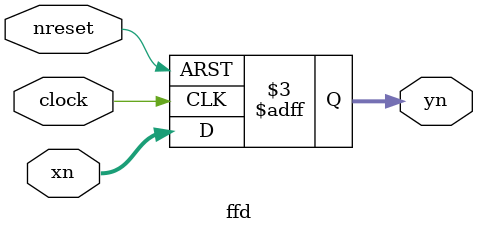
<source format=sv>
module ffd#(parameter WIDTH = 32)(
                        input logic clock,
                        input logic nreset,
                        input logic [WIDTH-1:0] xn,
                        output logic [WIDTH-1:0] yn    
);


    always_ff@(posedge clock, negedge nreset)begin
        if(!nreset)begin
            yn <= 0;
        end
        else begin
            yn <=  xn;
        end

    end

    
    
endmodule
</source>
